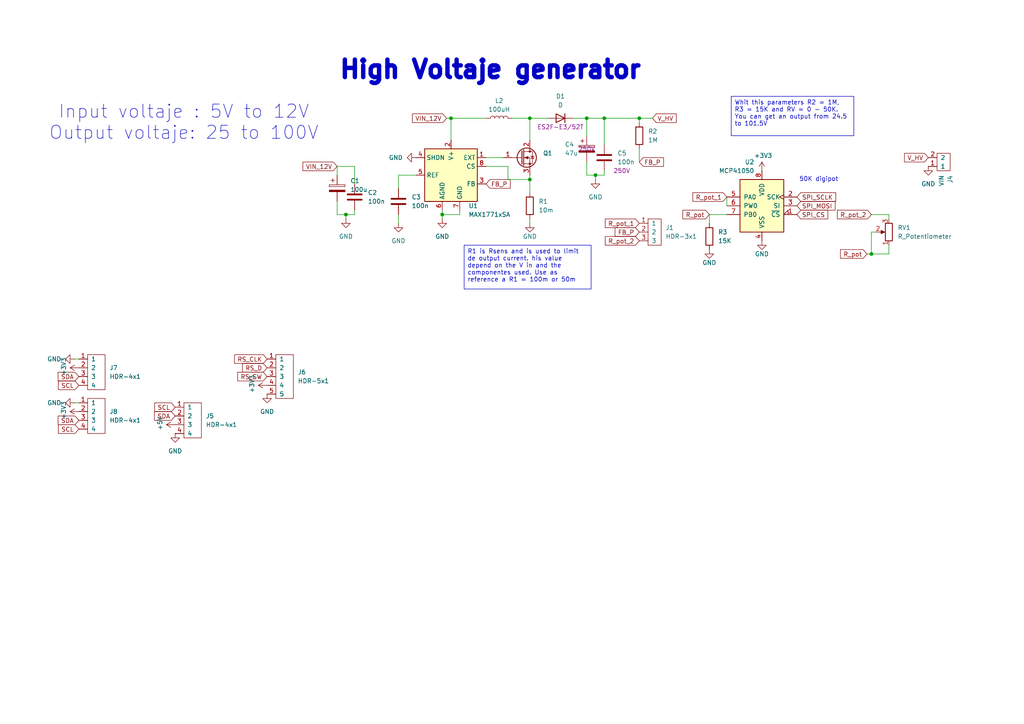
<source format=kicad_sch>
(kicad_sch (version 20231120) (generator "eeschema") (generator_version "8.0")
  (paper "A4")
  (junction (at 377.19 116.84))
  (junction (at -104.14 110.49))
  (junction (at 325.12 128.27))
  (junction (at 340.36 125.73))
  (junction (at 458.47 36.83))
  (junction (at 128.27 62.23))
  (junction (at 172.72 50.8))
  (junction (at -124.46 76.2))
  (junction (at 130.81 34.29))
  (junction (at 153.67 34.29))
  (junction (at 332.74 144.78))
  (junction (at -92.71 76.2))
  (junction (at -130.81 76.2))
  (junction (at -62.23 85.09))
  (junction (at 252.73 73.66))
  (junction (at 347.98 142.24))
  (junction (at 100.33 62.23))
  (junction (at 372.11 55.88))
  (junction (at 170.18 34.29))
  (junction (at -81.28 76.2))
  (junction (at -132.08 177.8))
  (junction (at 153.67 52.07))
  (junction (at -121.92 165.1))
  (junction (at 360.68 73.66))
  (junction (at -142.24 165.1))
  (junction (at 175.26 34.29))
  (junction (at 185.42 34.29))
  (junction (at 372.11 86.36))
  (junction (at 365.76 68.58))
  (junction (at 377.19 140.97))
  (junction (at -92.71 110.49))
  (junction (at 365.76 86.36))
  (no_connect (at 419.1 88.9))
  (no_connect (at 356.87 63.5))
  (no_connect (at 510.54 93.98))
  (no_connect (at 356.87 60.96))
  (no_connect (at 419.1 139.7))
  (no_connect (at 419.1 142.24))
  (no_connect (at 510.54 137.16))
  (no_connect (at 419.1 93.98))
  (no_connect (at 419.1 137.16))
  (no_connect (at 419.1 91.44))
  (no_connect (at 510.54 134.62))
  (no_connect (at 419.1 86.36))
  (wire (pts (xy -124.46 76.2) (xy -120.65 76.2)))
  (wire (pts (xy 370.84 140.97) (xy 377.19 140.97)))
  (wire (pts (xy -100.33 76.2) (xy -92.71 76.2)))
  (wire (pts (xy -121.92 177.8) (xy -121.92 176.53)))
  (wire (pts (xy -135.89 76.2) (xy -130.81 76.2)))
  (wire (pts (xy 128.27 62.23) (xy 128.27 63.5)))
  (wire (pts (xy 377.19 140.97) (xy 383.54 140.97)))
  (wire (pts (xy 147.32 48.26) (xy 140.97 48.26)))
  (wire (pts (xy 325.12 125.73) (xy 325.12 128.27)))
  (wire (pts (xy 210.82 62.23) (xy 205.74 62.23)))
  (wire (pts (xy 21.59 116.84) (xy 22.86 116.84)))
  (wire (pts (xy 97.79 58.42) (xy 97.79 62.23)))
  (wire (pts (xy 495.3 40.64) (xy 495.3 36.83)))
  (wire (pts (xy -132.08 179.07) (xy -132.08 177.8)))
  (wire (pts (xy 140.97 45.72) (xy 146.05 45.72)))
  (wire (pts (xy 360.68 73.66) (xy 379.73 73.66)))
  (wire (pts (xy 172.72 50.8) (xy 175.26 50.8)))
  (wire (pts (xy 382.27 55.88) (xy 379.73 55.88)))
  (wire (pts (xy 360.68 73.66) (xy 360.68 77.47)))
  (wire (pts (xy -99.06 119.38) (xy -92.71 119.38)))
  (wire (pts (xy 453.39 36.83) (xy 458.47 36.83)))
  (wire (pts (xy -111.76 119.38) (xy -109.22 119.38)))
  (wire (pts (xy -124.46 62.23) (xy -124.46 59.69)))
  (wire (pts (xy -62.23 83.82) (xy -62.23 85.09)))
  (wire (pts (xy -124.46 83.82) (xy -121.92 83.82)))
  (wire (pts (xy 370.84 118.11) (xy 370.84 116.84)))
  (wire (pts (xy -92.71 110.49) (xy -93.98 110.49)))
  (wire (pts (xy -94.615 177.8) (xy -95.885 177.8)))
  (wire (pts (xy -106.68 170.18) (xy -102.87 170.18)))
  (wire (pts (xy -104.14 101.6) (xy -104.14 110.49)))
  (wire (pts (xy -142.24 165.1) (xy -142.24 162.56)))
  (wire (pts (xy 360.68 86.36) (xy 365.76 86.36)))
  (wire (pts (xy 120.65 50.8) (xy 115.57 50.8)))
  (wire (pts (xy -117.475 110.49) (xy -118.745 110.49)))
  (wire (pts (xy 377.19 116.84) (xy 377.19 115.57)))
  (wire (pts (xy -63.5 85.09) (xy -62.23 85.09)))
  (wire (pts (xy 21.59 104.14) (xy 22.86 104.14)))
  (wire (pts (xy -76.2 86.36) (xy -76.2 88.9)))
  (wire (pts (xy -76.2 78.74) (xy -76.2 76.2)))
  (wire (pts (xy 130.81 34.29) (xy 130.81 40.64)))
  (wire (pts (xy 166.37 34.29) (xy 170.18 34.29)))
  (wire (pts (xy 170.18 50.8) (xy 172.72 50.8)))
  (wire (pts (xy -92.71 76.2) (xy -92.71 78.74)))
  (wire (pts (xy -62.23 85.09) (xy -62.23 86.36)))
  (wire (pts (xy 97.79 62.23) (xy 100.33 62.23)))
  (wire (pts (xy 133.35 60.96) (xy 133.35 62.23)))
  (wire (pts (xy 458.47 36.83) (xy 458.47 34.29)))
  (wire (pts (xy -93.98 170.18) (xy -95.25 170.18)))
  (wire (pts (xy 453.39 46.99) (xy 453.39 49.53)))
  (wire (pts (xy 370.84 134.62) (xy 370.84 140.97)))
  (wire (pts (xy 130.81 34.29) (xy 140.97 34.29)))
  (wire (pts (xy 332.74 142.24) (xy 332.74 144.78)))
  (wire (pts (xy -104.14 110.49) (xy -104.14 111.76)))
  (wire (pts (xy 495.3 29.21) (xy 495.3 25.4)))
  (wire (pts (xy 377.19 116.84) (xy 370.84 116.84)))
  (wire (pts (xy 115.57 62.23) (xy 115.57 64.77)))
  (wire (pts (xy -132.08 177.8) (xy -121.92 177.8)))
  (wire (pts (xy -124.46 165.1) (xy -121.92 165.1)))
  (wire (pts (xy -81.28 76.2) (xy -81.28 78.74)))
  (wire (pts (xy 147.32 52.07) (xy 147.32 48.26)))
  (wire (pts (xy 153.67 34.29) (xy 158.75 34.29)))
  (wire (pts (xy 185.42 34.29) (xy 175.26 34.29)))
  (wire (pts (xy -53.34 73.66) (xy -62.23 73.66)))
  (wire (pts (xy 463.55 36.83) (xy 463.55 38.735)))
  (wire (pts (xy 102.87 48.26) (xy 102.87 53.34)))
  (wire (pts (xy -120.65 81.28) (xy -121.92 81.28)))
  (wire (pts (xy 128.27 60.96) (xy 128.27 62.23)))
  (wire (pts (xy 102.87 60.96) (xy 102.87 62.23)))
  (wire (pts (xy 356.87 68.58) (xy 365.76 68.58)))
  (wire (pts (xy -106.8324 162.5346) (xy -103.6574 162.5346)))
  (wire (pts (xy -121.92 162.56) (xy -121.92 165.1)))
  (wire (pts (xy 463.55 46.355) (xy 463.55 48.895)))
  (wire (pts (xy -121.92 81.28) (xy -121.92 83.82)))
  (wire (pts (xy 372.11 86.36) (xy 372.11 92.71)))
  (wire (pts (xy 170.18 46.99) (xy 170.18 50.8)))
  (wire (pts (xy 511.81 104.14) (xy 510.54 104.14)))
  (wire (pts (xy -133.35 68.58) (xy -138.43 68.58)))
  (wire (pts (xy 332.74 148.59) (xy 332.74 144.78)))
  (wire (pts (xy -101.6 110.49) (xy -104.14 110.49)))
  (wire (pts (xy -135.89 77.47) (xy -135.89 76.2)))
  (wire (pts (xy 383.54 127) (xy 383.54 125.73)))
  (wire (pts (xy -104.14 110.49) (xy -109.855 110.49)))
  (wire (pts (xy 153.67 34.29) (xy 153.67 40.64)))
  (wire (pts (xy 365.76 68.58) (xy 381 68.58)))
  (wire (pts (xy -92.71 119.38) (xy -92.71 110.49)))
  (wire (pts (xy 172.72 52.07) (xy 172.72 50.8)))
  (wire (pts (xy 365.76 86.36) (xy 372.11 86.36)))
  (wire (pts (xy -132.08 172.72) (xy -132.08 177.8)))
  (wire (pts (xy 365.76 68.58) (xy 365.76 77.47)))
  (wire (pts (xy 175.26 34.29) (xy 175.26 41.91)))
  (wire (pts (xy -105.41 101.6) (xy -104.14 101.6)))
  (wire (pts (xy 185.42 43.18) (xy 185.42 46.99)))
  (wire (pts (xy 185.42 34.29) (xy 185.42 35.56)))
  (wire (pts (xy -121.92 165.1) (xy -121.92 168.91)))
  (wire (pts (xy -142.24 165.1) (xy -139.7 165.1)))
  (wire (pts (xy -81.28 76.2) (xy -76.2 76.2)))
  (wire (pts (xy -110.49 88.9) (xy -110.49 86.36)))
  (wire (pts (xy 115.57 50.8) (xy 115.57 54.61)))
  (wire (pts (xy -142.24 176.53) (xy -142.24 177.8)))
  (wire (pts (xy 340.36 125.73) (xy 340.36 128.27)))
  (wire (pts (xy 347.98 142.24) (xy 347.98 144.78)))
  (wire (pts (xy -121.92 60.96) (xy -121.92 59.69)))
  (wire (pts (xy -142.24 177.8) (xy -132.08 177.8)))
  (wire (pts (xy 97.79 48.26) (xy 102.87 48.26)))
  (wire (pts (xy -118.745 110.49) (xy -118.745 111.125)))
  (wire (pts (xy 365.76 85.09) (xy 365.76 86.36)))
  (wire (pts (xy 97.79 50.8) (xy 97.79 48.26)))
  (wire (pts (xy 252.73 62.23) (xy 257.81 62.23)))
  (wire (pts (xy 372.11 85.09) (xy 372.11 86.36)))
  (wire (pts (xy 100.33 62.23) (xy 102.87 62.23)))
  (wire (pts (xy 130.81 34.29) (xy 129.54 34.29)))
  (wire (pts (xy 257.81 62.23) (xy 257.81 63.5)))
  (wire (pts (xy -81.28 86.36) (xy -81.28 88.9)))
  (wire (pts (xy -82.55 76.2) (xy -81.28 76.2)))
  (wire (pts (xy 370.84 127) (xy 370.84 125.73)))
  (wire (pts (xy -62.23 73.66) (xy -62.23 76.2)))
  (wire (pts (xy 153.67 55.88) (xy 153.67 52.07)))
  (wire (pts (xy 325.12 128.27) (xy 325.12 132.08)))
  (wire (pts (xy -92.71 86.36) (xy -92.71 88.9)))
  (wire (pts (xy -142.24 165.1) (xy -142.24 168.91)))
  (wire (pts (xy 254 67.31) (xy 252.73 67.31)))
  (wire (pts (xy 252.73 73.66) (xy 257.81 73.66)))
  (wire (pts (xy 458.47 36.83) (xy 463.55 36.83)))
  (wire (pts (xy 128.27 62.23) (xy 133.35 62.23)))
  (wire (pts (xy 148.59 34.29) (xy 153.67 34.29)))
  (wire (pts (xy 257.81 73.66) (xy 257.81 71.12)))
  (wire (pts (xy 100.33 63.5) (xy 100.33 62.23)))
  (wire (pts (xy 170.18 34.29) (xy 170.18 39.37)))
  (wire (pts (xy 153.67 64.77) (xy 153.67 63.5)))
  (wire (pts (xy 347.98 142.24) (xy 350.52 142.24)))
  (wire (pts (xy 453.39 39.37) (xy 453.39 36.83)))
  (wire (pts (xy -92.71 76.2) (xy -90.17 76.2)))
  (wire (pts (xy 511.81 101.6) (xy 510.54 101.6)))
  (wire (pts (xy -62.23 93.98) (xy -62.23 95.25)))
  (wire (pts (xy 175.26 34.29) (xy 170.18 34.29)))
  (wire (pts (xy 383.54 140.97) (xy 383.54 134.62)))
  (wire (pts (xy 210.82 57.15) (xy 210.82 59.69)))
  (wire (pts (xy 356.87 55.88) (xy 372.11 55.88)))
  (wire (pts (xy 360.68 85.09) (xy 360.68 86.36)))
  (wire (pts (xy 495.3 48.26) (xy 495.3 52.07)))
  (wire (pts (xy -130.81 85.09) (xy -130.81 83.82)))
  (wire (pts (xy 153.67 50.8) (xy 153.67 52.07)))
  (wire (pts (xy 205.74 62.23) (xy 205.74 64.77)))
  (wire (pts (xy -106.68 177.8) (xy -103.505 177.8)))
  (wire (pts (xy 383.54 116.84) (xy 377.19 116.84)))
  (wire (pts (xy 340.36 125.73) (xy 342.9 125.73)))
  (wire (pts (xy -95.4024 162.5346) (xy -96.0374 162.5346)))
  (wire (pts (xy 356.87 73.66) (xy 360.68 73.66)))
  (wire (pts (xy 189.23 34.29) (xy 185.42 34.29)))
  (wire (pts (xy 251.46 73.66) (xy 252.73 73.66)))
  (wire (pts (xy 252.73 67.31) (xy 252.73 73.66)))
  (wire (pts (xy 175.26 49.53) (xy 175.26 50.8)))
  (wire (pts (xy 383.54 118.11) (xy 383.54 116.84)))
  (wire (pts (xy -130.81 76.2) (xy -124.46 76.2)))
  (wire (pts (xy 372.11 55.88) (xy 372.11 77.47)))
  (wire (pts (xy 153.67 52.07) (xy 147.32 52.07)))
  (rectangle (start -149.225 146.685) (end -42.0624 188.4426))
  (rectangle (start -149.6568 42.926) (end -41.91 144.78))
  (text_box "Whit this parameters R2 = 1M, R3 = 15K and RV = 0 - 50K. You can get an output from 24.5 to 101.5V\n " (at 212.09 27.94 0) (size 35.56 11.43) (effects (font (size 1.27 1.27)) (justify left top)))
  (text_box "- Q1 selects automaticlly whether the power comes form the usb o from an external source." (at -78.74 114.3 0) (size 31.115 12.065) (fill (type color) (color 255 227 49 1)) (effects (font (size 1.27 1.27)) (justify left top)))
  (text_box "R1 is Rsens and is used to limit de output current. his value depend on the V in and the componentes used. Use as reference a R1 = 100m or 50m" (at 134.62 71.12 0) (size 36.83 12.7) (effects (font (size 1.27 1.27)) (justify left top)))
  (text "High Voltaje generator" (at 142.24 20.32 0) (effects (font (size 5.08 5.08) (thickness 1.524) (bold yes))))
  (text "3.3V indicator LED" (at -78.9686 162.306 0) (effects (font (size 1.27 1.27)) (justify left bottom)))
  (text "50K digipot" (at 237.49 52.07 0) (effects (font (size 1.27 1.27))))
  (text "Power IN" (at -85.09 53.34 0) (effects (font (size 2.9972 2.9972) (thickness 0.5994) (bold yes)) (justify right bottom)))
  (text "Load Sharing" (at -115.57 98.425 0) (effects (font (size 2.9972 2.9972) (thickness 0.5994) (bold yes)) (justify right bottom)))
  (text "5V indicator LED" (at -77.6986 171.196 0) (effects (font (size 1.27 1.27)) (justify left bottom)))
  (text "Switches" (at 323.85 115.57 0) (effects (font (size 2.9972 2.9972) (thickness 0.5994) (bold yes)) (justify left bottom)))
  (text "ESP32-S3" (at 393.7 38.1 0) (effects (font (size 4 4) (thickness 0.5994) (bold yes)) (justify left bottom)))
  (text "LDO 3V3" (at -125.73 153.035 0) (effects (font (size 2.9972 2.9972) (thickness 0.5994) (bold yes)) (justify right bottom)))
  (text "Input voltaje : 5V to 12V\nOutput voltaje: 25 to 100V" (at 53.34 35.56 0) (effects (font (size 3.81 3.81))))
  (label "RESET" (at 383.54 127 0))
  (label "IO0" (at 342.9 125.73 0))
  (label "IO0" (at 370.84 127 0))
  (label "V_USB" (at -111.76 119.38 180))
  (label "IO2" (at 495.3 25.4 0))
  (label "IO2" (at 510.54 91.44 0))
  (label "VIN" (at -124.46 62.23 180))
  (label "VIN" (at -128.27 68.58 0))
  (label "IO0" (at 510.54 86.36 0))
  (label "RESET" (at 419.1 71.12 180))
  (label "V_USB" (at 401.32 67.31 0))
  (label "V_USB" (at 382.27 55.88 0))
  (label "RESET" (at 350.52 142.24 0))
  (global_label "FB_P" (shape input) (at 185.42 67.31 180) (property "Intersheetrefs" "${INTERSHEET_REFS}" (effects (hide yes))))
  (global_label "SCL" (shape input) (at 22.86 111.76 180) (property "Intersheetrefs" "${INTERSHEET_REFS}" (effects (hide yes))))
  (global_label "U0TXD" (shape input) (at 510.54 71.12 0) (property "Intersheetrefs" "${INTERSHEET_REFS}" (effects (hide yes))))
  (global_label "VIN_12V" (shape input) (at -121.92 60.96 0) (property "Intersheetrefs" "${INTERSHEET_REFS}" (effects (hide yes))))
  (global_label "V_HV" (shape input) (at 189.23 34.29 0) (property "Intersheetrefs" "${INTERSHEET_REFS}" (effects (hide yes))))
  (global_label "SDA" (shape input) (at 22.86 121.92 180) (property "Intersheetrefs" "${INTERSHEET_REFS}" (effects (hide yes))))
  (global_label "VIN_12V" (shape input) (at -135.89 76.2 180) (property "Intersheetrefs" "${INTERSHEET_REFS}" (effects (hide yes))))
  (global_label "SPI_MOSI" (shape input) (at 510.54 114.3 0) (property "Intersheetrefs" "${INTERSHEET_REFS}" (effects (hide yes))))
  (global_label "SDA" (shape input) (at 22.86 109.22 180) (property "Intersheetrefs" "${INTERSHEET_REFS}" (effects (hide yes))))
  (global_label "FB" (shape input) (at -100.33 81.28 0) (property "Intersheetrefs" "${INTERSHEET_REFS}" (effects (hide yes))))
  (global_label "FB_P" (shape input) (at 140.97 53.34 0) (property "Intersheetrefs" "${INTERSHEET_REFS}" (effects (hide yes))))
  (global_label "SDA" (shape input) (at 50.8 120.65 180) (property "Intersheetrefs" "${INTERSHEET_REFS}" (effects (hide yes))))
  (global_label "SPI_SCLK" (shape input) (at 231.14 57.15 0) (property "Intersheetrefs" "${INTERSHEET_REFS}" (effects (hide yes))))
  (global_label "SPI_SCLK" (shape input) (at 510.54 116.84 0) (property "Intersheetrefs" "${INTERSHEET_REFS}" (effects (hide yes))))
  (global_label "FB" (shape input) (at -63.5 85.09 180) (property "Intersheetrefs" "${INTERSHEET_REFS}" (effects (hide yes))))
  (global_label "R_pot_2" (shape input) (at 252.73 62.23 180) (property "Intersheetrefs" "${INTERSHEET_REFS}" (effects (hide yes))))
  (global_label "SPI_MOSI" (shape input) (at 231.14 59.69 0) (property "Intersheetrefs" "${INTERSHEET_REFS}" (effects (hide yes))))
  (global_label "USB_D-" (shape input) (at 381 68.58 0) (property "Intersheetrefs" "${INTERSHEET_REFS}" (effects (hide yes))))
  (global_label "VIN_5V" (shape input) (at -105.41 101.6 180) (property "Intersheetrefs" "${INTERSHEET_REFS}" (effects (hide yes))))
  (global_label "RS_D" (shape input) (at 77.47 106.68 180) (property "Intersheetrefs" "${INTERSHEET_REFS}" (effects (hide yes))))
  (global_label "VIN_5V" (shape input) (at -76.2 76.2 0) (property "Intersheetrefs" "${INTERSHEET_REFS}" (effects (hide yes))))
  (global_label "SDA" (shape input) (at 510.54 106.68 0) (property "Intersheetrefs" "${INTERSHEET_REFS}" (effects (hide yes))))
  (global_label "R_pot_1" (shape input) (at 185.42 64.77 180) (property "Intersheetrefs" "${INTERSHEET_REFS}" (effects (hide yes))))
  (global_label "SCL" (shape input) (at 22.86 124.46 180) (property "Intersheetrefs" "${INTERSHEET_REFS}" (effects (hide yes))))
  (global_label "V_HV" (shape input) (at 269.24 45.72 180) (property "Intersheetrefs" "${INTERSHEET_REFS}" (effects (hide yes))))
  (global_label "VIN_12V" (shape input) (at 97.79 48.26 180) (property "Intersheetrefs" "${INTERSHEET_REFS}" (effects (hide yes))))
  (global_label "LED" (shape input) (at 510.54 96.52 0) (property "Intersheetrefs" "${INTERSHEET_REFS}" (effects (hide yes))))
  (global_label "FB_P" (shape input) (at 185.42 46.99 0) (property "Intersheetrefs" "${INTERSHEET_REFS}" (effects (hide yes))))
  (global_label "VIN_5V" (shape input) (at -53.34 73.66 0) (property "Intersheetrefs" "${INTERSHEET_REFS}" (effects (hide yes))))
  (global_label "RS_D" (shape input) (at 511.81 101.6 0) (property "Intersheetrefs" "${INTERSHEET_REFS}" (effects (hide yes))))
  (global_label "SCL" (shape input) (at 50.8 118.11 180) (property "Intersheetrefs" "${INTERSHEET_REFS}" (effects (hide yes))))
  (global_label "SCL" (shape input) (at 510.54 109.22 0) (property "Intersheetrefs" "${INTERSHEET_REFS}" (effects (hide yes))))
  (global_label "R_pot" (shape input) (at 205.74 62.23 180) (property "Intersheetrefs" "${INTERSHEET_REFS}" (effects (hide yes))))
  (global_label "R_pot" (shape input) (at 251.46 73.66 180) (property "Intersheetrefs" "${INTERSHEET_REFS}" (effects (hide yes))))
  (global_label "USB_D-" (shape input) (at 510.54 81.28 0) (property "Intersheetrefs" "${INTERSHEET_REFS}" (effects (hide yes))))
  (global_label "SPI_CS" (shape input) (at 510.54 111.76 0) (property "Intersheetrefs" "${INTERSHEET_REFS}" (effects (hide yes))))
  (global_label "SPI_CS" (shape input) (at 231.14 62.23 0) (property "Intersheetrefs" "${INTERSHEET_REFS}" (effects (hide yes))))
  (global_label "RS_CLK" (shape input) (at 77.47 104.14 180) (property "Intersheetrefs" "${INTERSHEET_REFS}" (effects (hide yes))))
  (global_label "VIN_12V" (shape input) (at 129.54 34.29 180) (property "Intersheetrefs" "${INTERSHEET_REFS}" (effects (hide yes))))
  (global_label "USB_D+" (shape input) (at 379.73 73.66 0) (property "Intersheetrefs" "${INTERSHEET_REFS}" (effects (hide yes))))
  (global_label "U0RXD" (shape input) (at 510.54 73.66 0) (property "Intersheetrefs" "${INTERSHEET_REFS}" (effects (hide yes))))
  (global_label "USB_D+" (shape input) (at 510.54 78.74 0) (property "Intersheetrefs" "${INTERSHEET_REFS}" (effects (hide yes))))
  (global_label "SPI_MISO" (shape input) (at 510.54 119.38 0) (property "Intersheetrefs" "${INTERSHEET_REFS}" (effects (hide yes))))
  (global_label "LED" (shape input) (at -106.68 177.8 180) (property "Intersheetrefs" "${INTERSHEET_REFS}" (effects (hide yes))))
  (global_label "R_pot_2" (shape input) (at 185.42 69.85 180) (property "Intersheetrefs" "${INTERSHEET_REFS}" (effects (hide yes))))
  (global_label "RS_SW" (shape input) (at 511.81 104.14 0) (property "Intersheetrefs" "${INTERSHEET_REFS}" (effects (hide yes))))
  (global_label "RS_SW" (shape input) (at 77.47 109.22 180) (property "Intersheetrefs" "${INTERSHEET_REFS}" (effects (hide yes))))
  (global_label "R_pot_1" (shape input) (at 210.82 57.15 180) (property "Intersheetrefs" "${INTERSHEET_REFS}" (effects (hide yes))))
  (global_label "RS_CLK" (shape input) (at 510.54 99.06 0) (property "Intersheetrefs" "${INTERSHEET_REFS}" (effects (hide yes))))
  (symbol (lib_id "power:GND") (at 205.74 72.39 0) (unit 1)
    (property "Reference" "#PWR07" (effects (hide yes)))
    (property "Value" "GND" (at 205.74 76.2 0))
    (property "Description" "Power symbol creates a global label with name \"GND\" , ground" (effects (hide yes)))
  )
  (symbol (lib_id "Device:D_Schottky") (at -97.79 110.49 180) (unit 1)
    (property "Reference" "D11" (at -97.79 104.9782 0))
    (property "Value" "D_Schottky" (at -97.79 107.2896 0))
    (property "Footprint" "Diode_SMD:D_SMA" (effects (hide yes)))
  )
  (symbol (lib_id "IoWLabsConnectors:HDR-2x1") (at 271.78 46.99 0) (mirror x) (unit 1)
    (property "Reference" "J4" (at 275.59 50.8 90) (effects (justify left)))
    (property "Value" "VIN" (at 273.05 50.8 90) (effects (justify left)))
    (property "Footprint" "IoWLabsConnectors:Tb-2x1-5p-TH-V" (effects (hide yes)))
    (property "Supplier" "LCSC" (effects (hide yes)))
  )
  (symbol (lib_id "Diode:1N5819WS") (at 375.92 55.88 180) (unit 1)
    (property "Reference" "D3" (at 376.2375 49.53 0))
    (property "Value" "1N5819WS" (at 376.2375 52.07 0))
    (property "Footprint" "Diode_SMD:D_SOD-323" (effects (hide yes)))
    (property "Datasheet" "https://datasheet.lcsc.com/lcsc/2204281430_Guangdong-Hottech-1N5819WS_C191023.pdf" (effects (hide yes)))
    (property "Description" "40V 600mV@1A 1A SOD-323 Schottky Barrier Diodes, SOD-323" (effects (hide yes)))
  )
  (symbol (lib_id "IoWLabs:C") (at 370.84 130.81 0) (unit 1)
    (property "Reference" "C9" (at 373.761 129.6416 0) (effects (justify left)))
    (property "Value" "100n" (at 373.761 131.953 0) (effects (justify left)))
    (property "Footprint" "Capacitor_SMD:C_0603_1608Metric" (effects (hide yes)))
    (property "Supplier" "LCSC" (effects (hide yes)))
    (property "C" "1u" (effects (hide yes)))
    (property "Voltage rated" "16V" (effects (hide yes)))
    (property "Temp Coef" "X5R" (effects (hide yes)))
  )
  (symbol (lib_id "Device:R") (at 185.42 39.37 0) (unit 1)
    (property "Reference" "R2" (at 187.96 38.0999 0) (effects (justify left)))
    (property "Value" "1M" (at 187.96 40.6399 0) (effects (justify left)))
    (property "Footprint" "Resistor_SMD:R_2512_6332Metric" (effects (hide yes)))
    (property "Description" "Resistor" (effects (hide yes)))
  )
  (symbol (lib_id "Device:D_TVS") (at 372.11 81.28 270) (unit 1)
    (property "Reference" "D6" (at 373.38 77.47 90) (effects (justify left)))
    (property "Value" "LESD5D5.0CT1G" (at 374.65 82.55 0) (effects (justify left)))
    (property "Footprint" "Diode_SMD:D_SOD-523" (effects (hide yes)))
    (property "Description" "Bidirectional transient-voltage-suppression diode" (effects (hide yes)))
  )
  (symbol (lib_id "power:GND") (at 341.63 93.98 0) (unit 1)
    (property "Reference" "#PWR016" (effects (hide yes)))
    (property "Value" "GND" (at 341.757 98.3742 0))
  )
  (symbol (lib_id "Device:C_Polarized") (at 97.79 54.61 0) (unit 1)
    (property "Reference" "C1" (at 101.6 52.4509 0) (effects (justify left)))
    (property "Value" "100u" (at 101.6 54.9909 0) (effects (justify left)))
    (property "Footprint" "Capacitor_SMD:CP_Elec_8x10" (effects (hide yes)))
    (property "Description" "Polarized capacitor" (effects (hide yes)))
  )
  (symbol (lib_id "IoWLabs:RES") (at -113.665 110.49 270) (unit 1)
    (property "Reference" "R13" (at -113.665 104.775 90))
    (property "Value" "10K" (at -113.665 107.0864 90))
    (property "Footprint" "Resistor_SMD:R_0603_1608Metric" (effects (hide yes)))
    (property "Supplier" "LCSC" (effects (hide yes)))
  )
  (symbol (lib_id "power:+3.3V") (at 22.86 119.38 90) (unit 1)
    (property "Reference" "#PWR048" (effects (hide yes)))
    (property "Value" "+3V3" (at 18.4658 118.999 0))
  )
  (symbol (lib_id "Device:C_Polarized") (at -135.89 81.28 0) (unit 1)
    (property "Reference" "C13" (at -132.08 79.121 0) (effects (justify left)))
    (property "Value" "220uF" (at -132.08 81.661 0) (effects (justify left)))
    (property "Footprint" "Capacitor_SMD:CP_Elec_8x10.5" (effects (hide yes)))
    (property "Voltage" "50V" (effects (hide yes)))
  )
  (symbol (lib_id "power:GND") (at 372.11 92.71 0) (unit 1)
    (property "Reference" "#PWR014" (effects (hide yes)))
    (property "Value" "GND" (at 372.237 97.1042 0))
  )
  (symbol (lib_id "power:GND") (at -92.71 88.9 0) (unit 1)
    (property "Reference" "#PWR027" (effects (hide yes)))
    (property "Value" "GND" (at -92.583 93.2942 0))
  )
  (symbol (lib_id "Device:C") (at 175.26 45.72 0) (unit 1)
    (property "Reference" "C5" (at 179.07 44.4499 0) (effects (justify left)))
    (property "Value" "100n" (at 179.07 46.9899 0) (effects (justify left)))
    (property "Footprint" "Capacitor_SMD:C_1812_4532Metric" (effects (hide yes)))
    (property "Description" "Unpolarized capacitor" (effects (hide yes)))
    (property "Voltaje" "250V" (at 180.34 49.53 0))
  )
  (symbol (lib_id "Device:LED") (at 495.3 44.45 90) (unit 1)
    (property "Reference" "D2" (at 498.2972 43.4594 90) (effects (justify right)))
    (property "Value" "LED" (at 498.2972 45.7708 90) (effects (justify right)))
    (property "Footprint" "LED_SMD:LED_0603_1608Metric" (effects (hide yes)))
  )
  (symbol (lib_id "power:+3.3V") (at 77.47 111.76 90) (unit 1)
    (property "Reference" "#PWR042" (effects (hide yes)))
    (property "Value" "+3V3" (at 73.0758 111.379 0))
  )
  (symbol (lib_id "Device:L") (at -86.36 76.2 90) (unit 1)
    (property "Reference" "L1" (at -86.36 71.755 90))
    (property "Value" "47uH" (at -86.36 74.295 90))
    (property "Footprint" "Inductor_SMD:L_12x12mm_H8mm" (effects (hide yes)))
    (property "type" "L40" (effects (hide yes)))
  )
  (symbol (lib_id "Connector:USB_C_Plug_USB2.0") (at 341.63 71.12 0) (unit 1)
    (property "Reference" "P1" (at 341.63 48.26 0))
    (property "Value" "USB_C_Plug_USB2.0" (at 341.63 50.8 0))
    (property "Footprint" "Connector_USB:USB_C_Receptacle_GCT_USB4105-xx-A_16P_TopMnt_Horizontal" (effects (hide yes)))
    (property "Datasheet" "https://www.usb.org/sites/default/files/documents/usb_type-c.zip" (effects (hide yes)))
    (property "Description" "USB 2.0-only Type-C Plug connector" (effects (hide yes)))
  )
  (symbol (lib_id "power:GND") (at 128.27 63.5 0) (unit 1)
    (property "Reference" "#PWR02" (effects (hide yes)))
    (property "Value" "GND" (at 128.27 68.58 0))
    (property "Description" "Power symbol creates a global label with name \"GND\" , ground" (effects (hide yes)))
  )
  (symbol (lib_id "IoWLabsConnectors:HDR-4x1") (at 53.34 118.11 0) (unit 1)
    (property "Reference" "J5" (at 59.69 120.6499 0) (effects (justify left)))
    (property "Value" "HDR-4x1" (at 59.69 123.1899 0) (effects (justify left)))
    (property "Footprint" "Connector_JST:JST_XH_B4B-XH-A_1x04_P2.50mm_Vertical" (effects (hide yes)))
    (property "Description" "Generic header terminal 4 pos 1 row" (effects (hide yes)))
    (property "Supplier" "LCSC" (effects (hide yes)))
  )
  (symbol (lib_id "IoWLabsConnectors:HDR-2x1") (at -140.97 67.31 0) (mirror y) (unit 1)
    (property "Reference" "J2" (at -144.78 63.5 90) (effects (justify left)))
    (property "Value" "VIN" (at -142.24 63.5 90) (effects (justify left)))
    (property "Footprint" "IoWLabsConnectors:Tb-2x1-5p-TH-V" (effects (hide yes)))
    (property "Supplier" "LCSC" (effects (hide yes)))
  )
  (symbol (lib_id "Device:LED") (at -91.5924 162.5346 180) (unit 1)
    (property "Reference" "D8" (at -92.583 159.5374 90) (effects (justify right)))
    (property "Value" "LED" (at -90.2716 159.5374 90) (effects (justify right)))
    (property "Footprint" "LED_SMD:LED_0603_1608Metric" (effects (hide yes)))
  )
  (symbol (lib_id "power:GND") (at 377.19 140.97 0) (unit 1)
    (property "Reference" "#PWR019" (effects (hide yes)))
    (property "Value" "GND" (at 377.317 145.3642 0))
  )
  (symbol (lib_id "Device:C") (at 115.57 58.42 0) (unit 1)
    (property "Reference" "C3" (at 119.38 57.1499 0) (effects (justify left)))
    (property "Value" "100n" (at 119.38 59.6899 0) (effects (justify left)))
    (property "Footprint" "Capacitor_SMD:C_0603_1608Metric" (effects (hide yes)))
    (property "Description" "Unpolarized capacitor" (effects (hide yes)))
  )
  (symbol (lib_id "IoWLabs:C") (at -121.92 172.72 0) (unit 1)
    (property "Reference" "C17" (at -118.999 171.5516 0) (effects (justify left)))
    (property "Value" "1u" (at -118.999 173.863 0) (effects (justify left)))
    (property "Footprint" "Capacitor_SMD:C_0805_2012Metric" (effects (hide yes)))
    (property "Supplier" "LCSC" (effects (hide yes)))
    (property "C" "1u" (effects (hide yes)))
    (property "Voltage rated" "16V" (effects (hide yes)))
    (property "Temp Coef" "X5R" (effects (hide yes)))
  )
  (symbol (lib_id "IoWLabs:RES") (at 370.84 121.92 0) (unit 1)
    (property "Reference" "R6" (at 372.5672 120.7516 0) (effects (justify left)))
    (property "Value" "10K" (at 372.5672 123.063 0) (effects (justify left)))
    (property "Footprint" "Resistor_SMD:R_0603_1608Metric" (effects (hide yes)))
    (property "Supplier" "LCSC" (effects (hide yes)))
  )
  (symbol (lib_id "Device:LED") (at -90.805 177.8 180) (unit 1)
    (property "Reference" "D10" (at -91.7956 174.8028 90) (effects (justify right)))
    (property "Value" "LED" (effects (hide yes)))
    (property "Footprint" "LED_SMD:LED_0603_1608Metric" (effects (hide yes)))
  )
  (symbol (lib_id "Device:D") (at 162.56 34.29 180) (unit 1)
    (property "Reference" "D1" (at 162.56 27.94 0))
    (property "Value" "D" (at 162.56 30.48 0))
    (property "Footprint" "Diode_SMD:D_SMB" (effects (hide yes)))
    (property "Description" "ES2F-E3/52T" (at 162.56 36.83 0))
    (property "Sim.Device" "D" (effects (hide yes)))
    (property "Sim.Pins" "1=K 2=A" (effects (hide yes)))
  )
  (symbol (lib_id "power:GND") (at 21.59 116.84 270) (unit 1)
    (property "Reference" "#PWR046" (effects (hide yes)))
    (property "Value" "GND" (at 17.78 116.8399 90) (effects (justify right)))
    (property "Description" "Power symbol creates a global label with name \"GND\" , ground" (effects (hide yes)))
  )
  (symbol (lib_id "Device:R_Potentiometer") (at 257.81 67.31 180) (unit 1)
    (property "Reference" "RV1" (at 260.35 66.0399 0) (effects (justify right)))
    (property "Value" "R_Potentiometer" (at 260.35 68.5799 0) (effects (justify right)))
    (property "Footprint" "IoWLabs:PDB18 - Rotary Potentiometer" (effects (hide yes)))
    (property "Description" "Potentiometer" (effects (hide yes)))
  )
  (symbol (lib_id "power:GND") (at -130.81 85.09 0) (unit 1)
    (property "Reference" "#PWR025" (effects (hide yes)))
    (property "Value" "GND" (at -130.683 89.4842 0))
  )
  (symbol (lib_id "power:GND") (at -81.28 88.9 0) (unit 1)
    (property "Reference" "#PWR028" (effects (hide yes)))
    (property "Value" "GND" (at -81.153 93.2942 0))
  )
  (symbol (lib_id "Device:C_Polarized") (at 170.18 43.18 0) (unit 1)
    (property "Reference" "C4" (at 163.83 41.91 0) (effects (justify left)))
    (property "Value" "47u" (at 163.83 44.45 0) (effects (justify left)))
    (property "Footprint" "Capacitor_THT:CP_Radial_D13.0mm_P5.00mm" (effects (hide yes)))
    (property "Description" "Polarized capacitor" (effects (hide yes)))
    (property "Voltaje" "250V" (at 170.18 43.18 0))
  )
  (symbol (lib_id "power:+3.3V") (at 464.82 66.04 0) (unit 1)
    (property "Reference" "#PWR050" (effects (hide yes)))
    (property "Value" "+3V3" (at 465.201 61.6458 0))
  )
  (symbol (lib_id "Device:Q_NMOS_Depletion_GDS") (at 151.13 45.72 0) (unit 1)
    (property "Reference" "Q1" (at 157.48 44.4499 0) (effects (justify left)))
    (property "Value" "Q_NMOS_Depletion_GDS" (effects (hide yes)))
    (property "Footprint" "Package_TO_SOT_THT:TO-220-3_Vertical" (effects (hide yes)))
    (property "Description" "Depletion-mode N-channel MOSFET gate/drain/source" (effects (hide yes)))
  )
  (symbol (lib_id "Regulator_Switching:XL4015") (at -110.49 78.74 0) (unit 1)
    (property "Reference" "U5" (at -110.49 68.9356 0))
    (property "Value" "XL4015" (at -110.49 71.4756 0))
    (property "Footprint" "Package_TO_SOT_SMD:TO-263-5_TabPin3" (effects (hide yes)))
    (property "Datasheet" "http://www.xlsemi.net/datasheet/XL4015%20datasheet-English.pdf" (effects (hide yes)))
    (property "Description" "5A 180kHz 36V Buck DC to DC Converter" (effects (hide yes)))
  )
  (symbol (lib_id "power:GND") (at 120.65 45.72 270) (unit 1)
    (property "Reference" "#PWR03" (effects (hide yes)))
    (property "Value" "GND" (at 116.84 45.7199 90) (effects (justify right)))
    (property "Description" "Power symbol creates a global label with name \"GND\" , ground" (effects (hide yes)))
  )
  (symbol (lib_id "power:+3.3V") (at 458.47 34.29 0) (unit 1)
    (property "Reference" "#PWR09" (effects (hide yes)))
    (property "Value" "+3V3" (at 458.851 29.8958 0))
  )
  (symbol (lib_id "Espressif:ESP32-S3-WROOM-1") (at 464.82 106.68 0) (unit 1)
    (property "Reference" "U3" (at 467.0141 63.5 0) (effects (justify left)))
    (property "Value" "ESP32-S3-WROOM-1" (at 467.0141 66.04 0) (effects (justify left)))
    (property "Footprint" "RF_Module:ESP32-S3-WROOM-1" (effects (hide yes)))
    (property "Datasheet" "https://www.espressif.com/sites/default/files/documentation/esp32-s3-wroom-1_wroom-1u_datasheet_en.pdf" (effects (hide yes)))
    (property "Description" "2.4 GHz WiFi (802.11 b/g/n) and Bluetooth ® 5 (LE) module Built around ESP32S3 series of SoCs, Xtensa ® dualcore 32bit LX7 microprocessor Flash up to 16 MB, PSRAM up to 8 MB 36 GPIOs, rich set of peripherals Onboard PCB antenna" (effects (hide yes)))
  )
  (symbol (lib_id "Switch:SW_DIP_x02") (at 340.36 144.78 0) (unit 1)
    (property "Reference" "SW2" (at 340.36 135.4582 0))
    (property "Value" "SW_DIP_x02" (at 340.36 137.7696 0))
    (property "Footprint" "IoWLabs:SMD_SWITCH" (effects (hide yes)))
  )
  (symbol (lib_id "power:GND") (at -62.23 95.25 0) (unit 1)
    (property "Reference" "#PWR030" (effects (hide yes)))
    (property "Value" "GND" (at -66.04 96.52 0))
  )
  (symbol (lib_id "Regulator_Switching:MAX1771xSA") (at 130.81 50.8 0) (unit 1)
    (property "Reference" "U1" (at 135.89 59.69 0) (effects (justify left)))
    (property "Value" "MAX1771xSA" (at 135.89 62.23 0) (effects (justify left)))
    (property "Footprint" "Package_SO:SO-8_3.9x4.9mm_P1.27mm" (effects (hide yes)))
    (property "Datasheet" "https://datasheets.maximintegrated.com/en/ds/MAX1771.pdf" (effects (hide yes)))
    (property "Description" "12V or Adjustable, High-Efficiency, Low IQ, Step-Up DC-DC Controller, SO-8" (effects (hide yes)))
  )
  (symbol (lib_id "IoWLabsConnectors:HDR-5x1") (at 80.01 104.14 0) (unit 1)
    (property "Reference" "J6" (at 86.36 107.9499 0) (effects (justify left)))
    (property "Value" "HDR-5x1" (at 86.36 110.4899 0) (effects (justify left)))
    (property "Footprint" "Connector_JST:JST_XH_B5B-XH-A_1x05_P2.50mm_Vertical" (effects (hide yes)))
    (property "Description" "Generic header terminal 5 pos 1 row" (effects (hide yes)))
  )
  (symbol (lib_id "Device:C") (at 102.87 57.15 0) (unit 1)
    (property "Reference" "C2" (at 106.68 55.8799 0) (effects (justify left)))
    (property "Value" "100n" (at 106.68 58.4199 0) (effects (justify left)))
    (property "Footprint" "Capacitor_SMD:C_0603_1608Metric" (effects (hide yes)))
    (property "Description" "Unpolarized capacitor" (effects (hide yes)))
  )
  (symbol (lib_id "Device:LED") (at -90.17 170.18 180) (unit 1)
    (property "Reference" "D9" (at -91.1606 167.1828 90) (effects (justify right)))
    (property "Value" "LED" (effects (hide yes)))
    (property "Footprint" "LED_SMD:LED_0603_1608Metric" (effects (hide yes)))
  )
  (symbol (lib_id "power:GND") (at -138.43 66.04 90) (unit 1)
    (property "Reference" "#PWR023" (effects (hide yes)))
    (property "Value" "GND" (at -133.35 66.04 0))
  )
  (symbol (lib_id "Device:C_Polarized") (at -76.2 82.55 0) (unit 1)
    (property "Reference" "C15" (at -72.39 80.391 0) (effects (justify left)))
    (property "Value" "330uF" (at -72.39 82.931 0) (effects (justify left)))
    (property "Footprint" "Capacitor_SMD:CP_Elec_8x10.5" (effects (hide yes)))
    (property "Voltage" "25V" (effects (hide yes)))
  )
  (symbol (lib_id "Regulator_Linear:LM1117MP-3.3") (at -132.08 165.1 0) (unit 1)
    (property "Reference" "U6" (at -132.08 158.75 0))
    (property "Value" "LM1117MP-3.3" (at -132.08 161.29 0))
    (property "Footprint" "Package_TO_SOT_SMD:SOT-223-3_TabPin2" (effects (hide yes)))
    (property "Datasheet" "http://www.ti.com/lit/ds/symlink/lm1117.pdf" (effects (hide yes)))
    (property "Description" "800mA Low-Dropout Linear Regulator, 3.3V fixed output, SOT-223" (effects (hide yes)))
  )
  (symbol (lib_id "power:GND") (at 401.32 74.93 0) (unit 1)
    (property "Reference" "#PWR013" (effects (hide yes)))
    (property "Value" "GND" (at 401.447 79.3242 0))
  )
  (symbol (lib_id "power:GND") (at -135.89 85.09 0) (unit 1)
    (property "Reference" "#PWR024" (effects (hide yes)))
    (property "Value" "GND" (at -135.763 89.4842 0))
  )
  (symbol (lib_id "Device:D_TVS") (at 360.68 81.28 270) (unit 1)
    (property "Reference" "D4" (at 360.68 77.47 90) (effects (justify left)))
    (property "Value" "LESD5D5.0CT1G" (at 363.22 82.55 0) (effects (justify left)))
    (property "Footprint" "Diode_SMD:D_SOD-523" (effects (hide yes)))
    (property "Description" "Bidirectional transient-voltage-suppression diode" (effects (hide yes)))
  )
  (symbol (lib_id "power:GND") (at 77.47 114.3 0) (unit 1)
    (property "Reference" "#PWR043" (effects (hide yes)))
    (property "Value" "GND" (at 77.47 119.38 0))
    (property "Description" "Power symbol creates a global label with name \"GND\" , ground" (effects (hide yes)))
  )
  (symbol (lib_id "power:GND") (at 21.59 104.14 270) (unit 1)
    (property "Reference" "#PWR047" (effects (hide yes)))
    (property "Value" "GND" (at 17.78 104.1399 90) (effects (justify right)))
    (property "Description" "Power symbol creates a global label with name \"GND\" , ground" (effects (hide yes)))
  )
  (symbol (lib_id "power:GND") (at 100.33 63.5 0) (unit 1)
    (property "Reference" "#PWR05" (effects (hide yes)))
    (property "Value" "GND" (at 100.33 68.58 0))
    (property "Description" "Power symbol creates a global label with name \"GND\" , ground" (effects (hide yes)))
  )
  (symbol (lib_id "power:GND") (at 172.72 52.07 0) (unit 1)
    (property "Reference" "#PWR06" (effects (hide yes)))
    (property "Value" "GND" (at 172.72 57.15 0))
    (property "Description" "Power symbol creates a global label with name \"GND\" , ground" (effects (hide yes)))
  )
  (symbol (lib_id "power:+5V") (at -142.24 162.56 0) (unit 1)
    (property "Reference" "#PWR035" (effects (hide yes)))
    (property "Value" "+5V" (at -141.859 158.1658 0))
  )
  (symbol (lib_id "power:+3.3V") (at 377.19 115.57 0) (unit 1)
    (property "Reference" "#PWR017" (effects (hide yes)))
    (property "Value" "+3V3" (at 377.571 111.1758 0))
  )
  (symbol (lib_id "power:GND") (at -118.745 111.125 0) (unit 1)
    (property "Reference" "#PWR031" (effects (hide yes)))
    (property "Value" "GND" (at -118.618 115.5192 0))
  )
  (symbol (lib_id "power:GND") (at 463.55 48.895 0) (unit 1)
    (property "Reference" "#PWR010" (effects (hide yes)))
    (property "Value" "GND" (at 463.677 53.2892 0))
  )
  (symbol (lib_id "power:GND") (at 153.67 64.77 0) (unit 1)
    (property "Reference" "#PWR04" (effects (hide yes)))
    (property "Value" "GND" (at 153.67 68.58 0))
    (property "Description" "Power symbol creates a global label with name \"GND\" , ground" (effects (hide yes)))
  )
  (symbol (lib_id "Device:D_TVS") (at 365.76 81.28 270) (unit 1)
    (property "Reference" "D5" (at 367.03 77.47 90) (effects (justify left)))
    (property "Value" "LESD5D5.0CT1G" (at 368.3 82.55 0) (effects (justify left)))
    (property "Footprint" "Diode_SMD:D_SOD-523" (effects (hide yes)))
    (property "Description" "Bidirectional transient-voltage-suppression diode" (effects (hide yes)))
  )
  (symbol (lib_id "power:GND") (at -86.995 177.8 90) (unit 1)
    (property "Reference" "#PWR039" (effects (hide yes)))
    (property "Value" "GND" (at -82.6008 177.673 0))
  )
  (symbol (lib_id "power:GND") (at -110.49 88.9 0) (unit 1)
    (property "Reference" "#PWR026" (effects (hide yes)))
    (property "Value" "GND" (at -110.363 93.2942 0))
  )
  (symbol (lib_id "IoWLabs:C") (at 383.54 130.81 0) (unit 1)
    (property "Reference" "C10" (at 386.461 129.6416 0) (effects (justify left)))
    (property "Value" "100n" (at 386.461 131.953 0) (effects (justify left)))
    (property "Footprint" "Capacitor_SMD:C_0603_1608Metric" (effects (hide yes)))
    (property "Supplier" "LCSC" (effects (hide yes)))
    (property "C" "1u" (effects (hide yes)))
    (property "Voltage rated" "16V" (effects (hide yes)))
    (property "Temp Coef" "X5R" (effects (hide yes)))
  )
  (symbol (lib_id "power:+5V") (at -106.68 170.18 90) (unit 1)
    (property "Reference" "#PWR037" (effects (hide yes)))
    (property "Value" "+5V" (at -111.0742 169.799 0))
  )
  (symbol (lib_id "IoWLabs:C") (at -124.46 80.01 0) (unit 1)
    (property "Reference" "C12" (at -125.73 74.93 0) (effects (justify left)))
    (property "Value" "1u" (at -124.46 77.47 0) (effects (justify left)))
    (property "Footprint" "Capacitor_SMD:C_0805_2012Metric" (effects (hide yes)))
    (property "Supplier" "LCSC" (effects (hide yes)))
    (property "C" "1u" (effects (hide yes)))
    (property "Voltage rated" "16V" (effects (hide yes)))
    (property "Temp Coef" "X5R" (effects (hide yes)))
  )
  (symbol (lib_id "power:+5V") (at 50.8 123.19 90) (unit 1)
    (property "Reference" "#PWR045" (effects (hide yes)))
    (property "Value" "+5V" (at 46.4058 122.809 0))
  )
  (symbol (lib_id "Switch:SW_DIP_x02") (at 332.74 128.27 0) (unit 1)
    (property "Reference" "SW1" (at 332.74 118.9482 0))
    (property "Value" "SW_DIP_x02" (at 332.74 121.2596 0))
    (property "Footprint" "IoWLabs:SMD_SWITCH" (effects (hide yes)))
  )
  (symbol (lib_id "power:GND") (at 453.39 49.53 0) (unit 1)
    (property "Reference" "#PWR011" (effects (hide yes)))
    (property "Value" "GND" (at 453.517 53.9242 0))
  )
  (symbol (lib_id "Potentiometer_Digital:MCP41050") (at 220.98 59.69 0) (mirror y) (unit 1)
    (property "Reference" "U2" (at 218.7859 46.99 0) (effects (justify left)))
    (property "Value" "MCP41050" (at 218.7859 49.53 0) (effects (justify left)))
    (property "Footprint" "Package_SO:SOIC-8_3.9x4.9mm_P1.27mm" (effects (hide yes)))
    (property "Datasheet" "http://ww1.microchip.com/downloads/en/DeviceDoc/11195c.pdf" (effects (hide yes)))
    (property "Description" "Single Digital Potentiometer, SPI interface, 256 taps, 50 kohm" (effects (hide yes)))
  )
  (symbol (lib_id "IoWLabsConnectors:HDR-3x1") (at 187.96 67.31 0) (unit 1)
    (property "Reference" "J1" (at 193.04 66.0399 0) (effects (justify left)))
    (property "Value" "HDR-3x1" (at 193.04 68.5799 0) (effects (justify left)))
    (property "Footprint" "Connector_PinHeader_2.54mm:PinHeader_1x03_P2.54mm_Vertical" (effects (hide yes)))
    (property "Description" "Generic header terminal 3 pos 1 row" (effects (hide yes)))
    (property "Supplier" "LCSC" (effects (hide yes)))
  )
  (symbol (lib_id "power:GND") (at 325.12 132.08 0) (unit 1)
    (property "Reference" "#PWR018" (effects (hide yes)))
    (property "Value" "GND" (at 325.247 136.4742 0))
  )
  (symbol (lib_id "IoWLabs:FUSE") (at -130.81 68.58 0) (unit 1)
    (property "Reference" "F1" (at -132.08 66.04 0) (effects (justify left)))
    (property "Value" "FUSE" (at -131.953 70.3072 0) (effects (justify right)))
    (property "Footprint" "Fuse:Fuse_1206_3216Metric" (effects (hide yes)))
  )
  (symbol (lib_id "IoWLabs:RES") (at 495.3 33.02 0) (unit 1)
    (property "Reference" "R4" (at 497.0272 31.8516 0) (effects (justify left)))
    (property "Value" "330" (at 497.0272 34.163 0) (effects (justify left)))
    (property "Footprint" "Resistor_SMD:R_0603_1608Metric" (effects (hide yes)))
    (property "Supplier" "LCSC" (effects (hide yes)))
  )
  (symbol (lib_id "IoWLabs:RES") (at -62.23 90.17 0) (unit 1)
    (property "Reference" "R9" (at -67.945 90.17 90))
    (property "Value" "3.3K" (at -65.6336 90.17 90))
    (property "Footprint" "Resistor_SMD:R_0603_1608Metric" (effects (hide yes)))
    (property "Supplier" "LCSC" (effects (hide yes)))
  )
  (symbol (lib_id "power:GND") (at 495.3 52.07 0) (unit 1)
    (property "Reference" "#PWR012" (effects (hide yes)))
    (property "Value" "GND" (at 495.427 56.4642 0))
  )
  (symbol (lib_id "power:+5V") (at -92.71 110.49 270) (unit 1)
    (property "Reference" "#PWR022" (effects (hide yes)))
    (property "Value" "+5V" (at -88.3158 110.871 0))
  )
  (symbol (lib_id "power:GND") (at 50.8 125.73 0) (unit 1)
    (property "Reference" "#PWR044" (effects (hide yes)))
    (property "Value" "GND" (at 50.8 130.81 0))
    (property "Description" "Power symbol creates a global label with name \"GND\" , ground" (effects (hide yes)))
  )
  (symbol (lib_id "power:GND") (at 115.57 64.77 0) (unit 1)
    (property "Reference" "#PWR01" (effects (hide yes)))
    (property "Value" "GND" (at 115.57 69.85 0))
    (property "Description" "Power symbol creates a global label with name \"GND\" , ground" (effects (hide yes)))
  )
  (symbol (lib_id "power:+3.3V") (at 220.98 49.53 0) (unit 1)
    (property "Reference" "#PWR032" (effects (hide yes)))
    (property "Value" "+3V3" (at 221.361 45.1358 0))
  )
  (symbol (lib_id "IoWLabsConnectors:HDR-4x1") (at 25.4 104.14 0) (unit 1)
    (property "Reference" "J7" (at 31.75 106.6799 0) (effects (justify left)))
    (property "Value" "HDR-4x1" (at 31.75 109.2199 0) (effects (justify left)))
    (property "Footprint" "Connector_JST:JST_XH_B4B-XH-A_1x04_P2.50mm_Vertical" (effects (hide yes)))
    (property "Description" "Generic header terminal 4 pos 1 row" (effects (hide yes)))
    (property "Supplier" "LCSC" (effects (hide yes)))
  )
  (symbol (lib_id "IoWLabs:C") (at 463.55 42.545 0) (unit 1)
    (property "Reference" "C6" (at 466.471 40.2336 0) (effects (justify left)))
    (property "Value" "10u" (at 466.471 42.545 0) (effects (justify left)))
    (property "Footprint" "Capacitor_SMD:C_0805_2012Metric" (effects (hide yes)))
    (property "Supplier" "LCSC" (effects (hide yes)))
    (property "C" "1u" (effects (hide yes)))
    (property "Voltage rated" "16V" (at 466.471 44.8564 0) (effects (justify left)))
    (property "Temp Coef" "X5R" (effects (hide yes)))
  )
  (symbol (lib_id "power:+3.3V") (at 22.86 106.68 90) (unit 1)
    (property "Reference" "#PWR049" (effects (hide yes)))
    (property "Value" "+3V3" (at 18.4658 106.299 0))
  )
  (symbol (lib_id "power:GND") (at -86.36 170.18 90) (unit 1)
    (property "Reference" "#PWR038" (effects (hide yes)))
    (property "Value" "GND" (at -81.9658 170.053 0))
  )
  (symbol (lib_id "IoWLabs:C") (at 453.39 43.18 0) (unit 1)
    (property "Reference" "C7" (at 456.311 42.0116 0) (effects (justify left)))
    (property "Value" "100n" (at 456.311 44.323 0) (effects (justify left)))
    (property "Footprint" "Capacitor_SMD:C_0603_1608Metric" (effects (hide yes)))
    (property "Supplier" "LCSC" (effects (hide yes)))
    (property "C" "1u" (effects (hide yes)))
    (property "Voltage rated" "16V" (effects (hide yes)))
    (property "Temp Coef" "X5R" (effects (hide yes)))
  )
  (symbol (lib_id "Device:R") (at 205.74 68.58 0) (unit 1)
    (property "Reference" "R3" (at 208.28 67.3099 0) (effects (justify left)))
    (property "Value" "15K" (at 208.28 69.8499 0) (effects (justify left)))
    (property "Footprint" "Resistor_SMD:R_2512_6332Metric" (effects (hide yes)))
    (property "Description" "Resistor" (effects (hide yes)))
  )
  (symbol (lib_id "IoWLabs:RES") (at -62.23 80.01 0) (unit 1)
    (property "Reference" "R8" (at -67.945 80.01 90))
    (property "Value" "10K" (at -65.6336 80.01 90))
    (property "Footprint" "Resistor_SMD:R_0603_1608Metric" (effects (hide yes)))
    (property "Supplier" "LCSC" (effects (hide yes)))
  )
  (symbol (lib_id "power:+3.3V") (at -106.8324 162.5346 90) (unit 1)
    (property "Reference" "#PWR033" (effects (hide yes)))
    (property "Value" "+3V3" (at -111.2266 162.1536 0))
  )
  (symbol (lib_id "power:GND") (at 332.74 148.59 0) (unit 1)
    (property "Reference" "#PWR021" (effects (hide yes)))
    (property "Value" "GND" (at 332.867 152.9842 0))
  )
  (symbol (lib_id "power:GND") (at 464.82 147.32 0) (unit 1)
    (property "Reference" "#PWR020" (effects (hide yes)))
    (property "Value" "GND" (at 464.947 151.7142 0))
  )
  (symbol (lib_id "Device:D_Schottky") (at -92.71 82.55 270) (unit 1)
    (property "Reference" "D7" (at -90.17 80.9625 90) (effects (justify left)))
    (property "Value" "B540" (at -90.17 83.5025 90) (effects (justify left)))
    (property "Footprint" "Diode_SMD:D_SMB_Handsoldering" (effects (hide yes)))
    (property "type" "D_Schottky" (effects (hide yes)))
  )
  (symbol (lib_id "power:GND") (at 334.01 93.98 0) (unit 1)
    (property "Reference" "#PWR015" (effects (hide yes)))
    (property "Value" "GND" (at 334.137 98.3742 0))
  )
  (symbol (lib_id "Device:Q_PMOS_GSD") (at -104.14 116.84 90) (mirror x) (unit 1)
    (property "Reference" "Q2" (at -105.3084 122.047 90))
    (property "Value" "Q_PMOS_GSD" (at -104.14 124.46 90))
    (property "Footprint" "Package_TO_SOT_SMD:SOT-23" (effects (hide yes)))
  )
  (symbol (lib_id "power:GND") (at -76.2 88.9 0) (unit 1)
    (property "Reference" "#PWR029" (effects (hide yes)))
    (property "Value" "GND" (at -76.073 93.2942 0))
  )
  (symbol (lib_id "power:GND") (at 269.24 48.26 0) (unit 1)
    (property "Reference" "#PWR041" (effects (hide yes)))
    (property "Value" "GND" (at 269.24 53.34 0))
    (property "Description" "Power symbol creates a global label with name \"GND\" , ground" (effects (hide yes)))
  )
  (symbol (lib_id "IoWLabs:C") (at -81.28 82.55 0) (unit 1)
    (property "Reference" "C14" (at -78.359 81.3816 0) (effects (justify left)))
    (property "Value" "1u" (at -78.359 83.693 0) (effects (justify left)))
    (property "Footprint" "Capacitor_SMD:C_0805_2012Metric" (effects (hide yes)))
    (property "Supplier" "LCSC" (effects (hide yes)))
    (property "C" "1u" (effects (hide yes)))
    (property "Voltage rated" "16V" (effects (hide yes)))
    (property "Temp Coef" "X5R" (effects (hide yes)))
  )
  (symbol (lib_id "IoWLabsConnectors:HDR-2x1") (at -123.19 57.15 270) (mirror x) (unit 1)
    (property "Reference" "J3" (at -119.38 53.34 90) (effects (justify left)))
    (property "Value" "ON OFF" (at -119.38 55.88 90) (effects (justify left)))
    (property "Footprint" "Connector_PinHeader_2.54mm:PinHeader_1x02_P2.54mm_Vertical" (effects (hide yes)))
    (property "Supplier" "LCSC" (effects (hide yes)))
  )
  (symbol (lib_id "IoWLabs:RES") (at -99.06 170.18 90) (unit 1)
    (property "Reference" "R11" (at -100.2284 168.4528 0) (effects (justify left)))
    (property "Value" "1k" (at -97.917 168.4528 0) (effects (justify left)))
    (property "Footprint" "Resistor_SMD:R_0603_1608Metric" (effects (hide yes)))
    (property "Supplier" "LCSC" (effects (hide yes)))
  )
  (symbol (lib_id "IoWLabs:RES") (at 383.54 121.92 0) (unit 1)
    (property "Reference" "R7" (at 385.2672 120.7516 0) (effects (justify left)))
    (property "Value" "10K" (at 385.2672 123.063 0) (effects (justify left)))
    (property "Footprint" "Resistor_SMD:R_0603_1608Metric" (effects (hide yes)))
    (property "Supplier" "LCSC" (effects (hide yes)))
  )
  (symbol (lib_id "Device:R") (at 153.67 59.69 0) (unit 1)
    (property "Reference" "R1" (at 156.21 58.4199 0) (effects (justify left)))
    (property "Value" "10m" (at 156.21 60.9599 0) (effects (justify left)))
    (property "Footprint" "Resistor_SMD:R_0805_2012Metric" (effects (hide yes)))
    (property "Description" "Resistor" (effects (hide yes)))
  )
  (symbol (lib_id "power:+3.3V") (at -121.92 162.56 0) (unit 1)
    (property "Reference" "#PWR036" (effects (hide yes)))
    (property "Value" "+3V3" (at -121.539 158.1658 0))
  )
  (symbol (lib_id "IoWLabs:RES") (at -99.695 177.8 90) (unit 1)
    (property "Reference" "R12" (at -100.8634 176.0728 0) (effects (justify left)))
    (property "Value" "1k" (at -98.552 176.0728 0) (effects (justify left)))
    (property "Footprint" "Resistor_SMD:R_0603_1608Metric" (effects (hide yes)))
    (property "Supplier" "LCSC" (effects (hide yes)))
  )
  (symbol (lib_id "IoWLabs:C") (at -130.81 80.01 0) (unit 1)
    (property "Reference" "C11" (at -133.35 74.93 0) (effects (justify left)))
    (property "Value" "1u" (at -130.81 82.55 0) (effects (justify left)))
    (property "Footprint" "Capacitor_SMD:C_0805_2012Metric" (effects (hide yes)))
    (property "Supplier" "LCSC" (effects (hide yes)))
    (property "C" "1u" (effects (hide yes)))
    (property "Voltage rated" "16V" (effects (hide yes)))
    (property "Temp Coef" "X5R" (effects (hide yes)))
  )
  (symbol (lib_id "power:GND") (at 220.98 69.85 0) (unit 1)
    (property "Reference" "#PWR08" (effects (hide yes)))
    (property "Value" "GND" (at 220.98 73.66 0))
    (property "Description" "Power symbol creates a global label with name \"GND\" , ground" (effects (hide yes)))
  )
  (symbol (lib_id "IoWLabs:C") (at -142.24 172.72 0) (mirror y) (unit 1)
    (property "Reference" "C16" (at -145.161 171.5516 0) (effects (justify left)))
    (property "Value" "1u" (at -145.161 173.863 0) (effects (justify left)))
    (property "Footprint" "Capacitor_SMD:C_0805_2012Metric" (effects (hide yes)))
    (property "Supplier" "LCSC" (effects (hide yes)))
    (property "C" "1u" (effects (hide yes)))
    (property "Voltage rated" "16V" (effects (hide yes)))
    (property "Temp Coef" "X5R" (effects (hide yes)))
  )
  (symbol (lib_id "power:GND") (at -87.7824 162.5346 90) (unit 1)
    (property "Reference" "#PWR034" (effects (hide yes)))
    (property "Value" "GND" (at -83.3882 162.4076 0))
  )
  (symbol (lib_id "Device:L") (at 144.78 34.29 90) (unit 1)
    (property "Reference" "L2" (at 144.78 29.21 90))
    (property "Value" "100uH" (at 144.78 31.75 90))
    (property "Footprint" "Inductor_SMD:L_12x12mm_H6mm" (effects (hide yes)))
    (property "Description" "Inductor" (effects (hide yes)))
  )
  (symbol (lib_id "IoWLabs:C") (at 401.32 71.12 180) (unit 1)
    (property "Reference" "C8" (at 398.399 73.4314 0) (effects (justify left)))
    (property "Value" "10u" (at 398.399 71.12 0) (effects (justify left)))
    (property "Footprint" "Capacitor_SMD:C_0805_2012Metric" (effects (hide yes)))
    (property "Supplier" "LCSC" (effects (hide yes)))
    (property "C" "1u" (effects (hide yes)))
    (property "Voltage rated" "16V" (at 398.399 68.8086 0) (effects (justify left)))
    (property "Temp Coef" "X5R" (effects (hide yes)))
  )
  (symbol (lib_id "IoWLabsConnectors:HDR-4x1") (at 25.4 116.84 0) (unit 1)
    (property "Reference" "J8" (at 31.75 119.3799 0) (effects (justify left)))
    (property "Value" "HDR-4x1" (at 31.75 121.9199 0) (effects (justify left)))
    (property "Footprint" "Connector_JST:JST_XH_B4B-XH-A_1x04_P2.50mm_Vertical" (effects (hide yes)))
    (property "Description" "Generic header terminal 4 pos 1 row" (effects (hide yes)))
    (property "Supplier" "LCSC" (effects (hide yes)))
  )
  (symbol (lib_id "power:GND") (at -132.08 179.07 0) (unit 1)
    (property "Reference" "#PWR040" (effects (hide yes)))
    (property "Value" "GND" (at -131.953 183.4642 0))
  )
  (symbol (lib_id "IoWLabs:RES") (at -99.8474 162.5346 90) (unit 1)
    (property "Reference" "R10" (at -101.0158 160.8074 0) (effects (justify left)))
    (property "Value" "1k" (at -98.7044 160.8074 0) (effects (justify left)))
    (property "Footprint" "Resistor_SMD:R_0603_1608Metric" (effects (hide yes)))
    (property "Supplier" "LCSC" (effects (hide yes)))
  )
)
</source>
